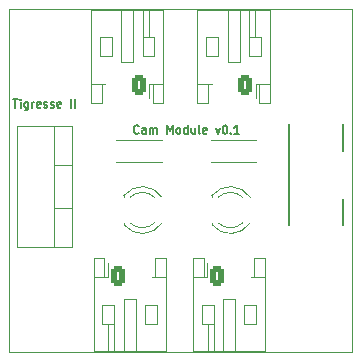
<source format=gto>
%TF.GenerationSoftware,KiCad,Pcbnew,(6.0.0)*%
%TF.CreationDate,2022-01-22T14:04:59+01:00*%
%TF.ProjectId,Carte_elec_video_tigresse2,43617274-655f-4656-9c65-635f76696465,rev?*%
%TF.SameCoordinates,Original*%
%TF.FileFunction,Legend,Top*%
%TF.FilePolarity,Positive*%
%FSLAX46Y46*%
G04 Gerber Fmt 4.6, Leading zero omitted, Abs format (unit mm)*
G04 Created by KiCad (PCBNEW (6.0.0)) date 2022-01-22 14:04:59*
%MOMM*%
%LPD*%
G01*
G04 APERTURE LIST*
G04 Aperture macros list*
%AMRoundRect*
0 Rectangle with rounded corners*
0 $1 Rounding radius*
0 $2 $3 $4 $5 $6 $7 $8 $9 X,Y pos of 4 corners*
0 Add a 4 corners polygon primitive as box body*
4,1,4,$2,$3,$4,$5,$6,$7,$8,$9,$2,$3,0*
0 Add four circle primitives for the rounded corners*
1,1,$1+$1,$2,$3*
1,1,$1+$1,$4,$5*
1,1,$1+$1,$6,$7*
1,1,$1+$1,$8,$9*
0 Add four rect primitives between the rounded corners*
20,1,$1+$1,$2,$3,$4,$5,0*
20,1,$1+$1,$4,$5,$6,$7,0*
20,1,$1+$1,$6,$7,$8,$9,0*
20,1,$1+$1,$8,$9,$2,$3,0*%
G04 Aperture macros list end*
%TA.AperFunction,Profile*%
%ADD10C,0.100000*%
%TD*%
%ADD11C,0.150000*%
%ADD12C,0.120000*%
%ADD13R,2.000000X1.905000*%
%ADD14O,2.000000X1.905000*%
%ADD15RoundRect,0.250000X-0.350000X-0.625000X0.350000X-0.625000X0.350000X0.625000X-0.350000X0.625000X0*%
%ADD16O,1.200000X1.750000*%
%ADD17C,1.400000*%
%ADD18O,1.400000X1.400000*%
%ADD19R,1.800000X1.800000*%
%ADD20C,1.800000*%
%ADD21C,4.400000*%
%ADD22O,3.500000X2.200000*%
%ADD23R,2.500000X1.500000*%
%ADD24O,2.500000X1.500000*%
%ADD25RoundRect,0.250000X0.350000X0.625000X-0.350000X0.625000X-0.350000X-0.625000X0.350000X-0.625000X0*%
G04 APERTURE END LIST*
D10*
X170000000Y-132000000D02*
X199000000Y-132000000D01*
X170000000Y-103000000D02*
X170000000Y-132000000D01*
X199000000Y-103000000D02*
X170000000Y-103000000D01*
X199000000Y-132000000D02*
X199000000Y-103000000D01*
D11*
X180966666Y-113450000D02*
X180933333Y-113483333D01*
X180833333Y-113516666D01*
X180766666Y-113516666D01*
X180666666Y-113483333D01*
X180600000Y-113416666D01*
X180566666Y-113350000D01*
X180533333Y-113216666D01*
X180533333Y-113116666D01*
X180566666Y-112983333D01*
X180600000Y-112916666D01*
X180666666Y-112850000D01*
X180766666Y-112816666D01*
X180833333Y-112816666D01*
X180933333Y-112850000D01*
X180966666Y-112883333D01*
X181566666Y-113516666D02*
X181566666Y-113150000D01*
X181533333Y-113083333D01*
X181466666Y-113050000D01*
X181333333Y-113050000D01*
X181266666Y-113083333D01*
X181566666Y-113483333D02*
X181500000Y-113516666D01*
X181333333Y-113516666D01*
X181266666Y-113483333D01*
X181233333Y-113416666D01*
X181233333Y-113350000D01*
X181266666Y-113283333D01*
X181333333Y-113250000D01*
X181500000Y-113250000D01*
X181566666Y-113216666D01*
X181900000Y-113516666D02*
X181900000Y-113050000D01*
X181900000Y-113116666D02*
X181933333Y-113083333D01*
X182000000Y-113050000D01*
X182100000Y-113050000D01*
X182166666Y-113083333D01*
X182200000Y-113150000D01*
X182200000Y-113516666D01*
X182200000Y-113150000D02*
X182233333Y-113083333D01*
X182300000Y-113050000D01*
X182400000Y-113050000D01*
X182466666Y-113083333D01*
X182500000Y-113150000D01*
X182500000Y-113516666D01*
X183366666Y-113516666D02*
X183366666Y-112816666D01*
X183600000Y-113316666D01*
X183833333Y-112816666D01*
X183833333Y-113516666D01*
X184266666Y-113516666D02*
X184200000Y-113483333D01*
X184166666Y-113450000D01*
X184133333Y-113383333D01*
X184133333Y-113183333D01*
X184166666Y-113116666D01*
X184200000Y-113083333D01*
X184266666Y-113050000D01*
X184366666Y-113050000D01*
X184433333Y-113083333D01*
X184466666Y-113116666D01*
X184500000Y-113183333D01*
X184500000Y-113383333D01*
X184466666Y-113450000D01*
X184433333Y-113483333D01*
X184366666Y-113516666D01*
X184266666Y-113516666D01*
X185100000Y-113516666D02*
X185100000Y-112816666D01*
X185100000Y-113483333D02*
X185033333Y-113516666D01*
X184900000Y-113516666D01*
X184833333Y-113483333D01*
X184800000Y-113450000D01*
X184766666Y-113383333D01*
X184766666Y-113183333D01*
X184800000Y-113116666D01*
X184833333Y-113083333D01*
X184900000Y-113050000D01*
X185033333Y-113050000D01*
X185100000Y-113083333D01*
X185733333Y-113050000D02*
X185733333Y-113516666D01*
X185433333Y-113050000D02*
X185433333Y-113416666D01*
X185466666Y-113483333D01*
X185533333Y-113516666D01*
X185633333Y-113516666D01*
X185700000Y-113483333D01*
X185733333Y-113450000D01*
X186166666Y-113516666D02*
X186100000Y-113483333D01*
X186066666Y-113416666D01*
X186066666Y-112816666D01*
X186700000Y-113483333D02*
X186633333Y-113516666D01*
X186500000Y-113516666D01*
X186433333Y-113483333D01*
X186400000Y-113416666D01*
X186400000Y-113150000D01*
X186433333Y-113083333D01*
X186500000Y-113050000D01*
X186633333Y-113050000D01*
X186700000Y-113083333D01*
X186733333Y-113150000D01*
X186733333Y-113216666D01*
X186400000Y-113283333D01*
X187500000Y-113050000D02*
X187666666Y-113516666D01*
X187833333Y-113050000D01*
X188233333Y-112816666D02*
X188300000Y-112816666D01*
X188366666Y-112850000D01*
X188400000Y-112883333D01*
X188433333Y-112950000D01*
X188466666Y-113083333D01*
X188466666Y-113250000D01*
X188433333Y-113383333D01*
X188400000Y-113450000D01*
X188366666Y-113483333D01*
X188300000Y-113516666D01*
X188233333Y-113516666D01*
X188166666Y-113483333D01*
X188133333Y-113450000D01*
X188100000Y-113383333D01*
X188066666Y-113250000D01*
X188066666Y-113083333D01*
X188100000Y-112950000D01*
X188133333Y-112883333D01*
X188166666Y-112850000D01*
X188233333Y-112816666D01*
X188766666Y-113450000D02*
X188800000Y-113483333D01*
X188766666Y-113516666D01*
X188733333Y-113483333D01*
X188766666Y-113450000D01*
X188766666Y-113516666D01*
X189466666Y-113516666D02*
X189066666Y-113516666D01*
X189266666Y-113516666D02*
X189266666Y-112816666D01*
X189200000Y-112916666D01*
X189133333Y-112983333D01*
X189066666Y-113016666D01*
X170333333Y-110616666D02*
X170733333Y-110616666D01*
X170533333Y-111316666D02*
X170533333Y-110616666D01*
X170966666Y-111316666D02*
X170966666Y-110850000D01*
X170966666Y-110616666D02*
X170933333Y-110650000D01*
X170966666Y-110683333D01*
X171000000Y-110650000D01*
X170966666Y-110616666D01*
X170966666Y-110683333D01*
X171600000Y-110850000D02*
X171600000Y-111416666D01*
X171566666Y-111483333D01*
X171533333Y-111516666D01*
X171466666Y-111550000D01*
X171366666Y-111550000D01*
X171300000Y-111516666D01*
X171600000Y-111283333D02*
X171533333Y-111316666D01*
X171400000Y-111316666D01*
X171333333Y-111283333D01*
X171300000Y-111250000D01*
X171266666Y-111183333D01*
X171266666Y-110983333D01*
X171300000Y-110916666D01*
X171333333Y-110883333D01*
X171400000Y-110850000D01*
X171533333Y-110850000D01*
X171600000Y-110883333D01*
X171933333Y-111316666D02*
X171933333Y-110850000D01*
X171933333Y-110983333D02*
X171966666Y-110916666D01*
X172000000Y-110883333D01*
X172066666Y-110850000D01*
X172133333Y-110850000D01*
X172633333Y-111283333D02*
X172566666Y-111316666D01*
X172433333Y-111316666D01*
X172366666Y-111283333D01*
X172333333Y-111216666D01*
X172333333Y-110950000D01*
X172366666Y-110883333D01*
X172433333Y-110850000D01*
X172566666Y-110850000D01*
X172633333Y-110883333D01*
X172666666Y-110950000D01*
X172666666Y-111016666D01*
X172333333Y-111083333D01*
X172933333Y-111283333D02*
X173000000Y-111316666D01*
X173133333Y-111316666D01*
X173200000Y-111283333D01*
X173233333Y-111216666D01*
X173233333Y-111183333D01*
X173200000Y-111116666D01*
X173133333Y-111083333D01*
X173033333Y-111083333D01*
X172966666Y-111050000D01*
X172933333Y-110983333D01*
X172933333Y-110950000D01*
X172966666Y-110883333D01*
X173033333Y-110850000D01*
X173133333Y-110850000D01*
X173200000Y-110883333D01*
X173500000Y-111283333D02*
X173566666Y-111316666D01*
X173700000Y-111316666D01*
X173766666Y-111283333D01*
X173800000Y-111216666D01*
X173800000Y-111183333D01*
X173766666Y-111116666D01*
X173700000Y-111083333D01*
X173600000Y-111083333D01*
X173533333Y-111050000D01*
X173500000Y-110983333D01*
X173500000Y-110950000D01*
X173533333Y-110883333D01*
X173600000Y-110850000D01*
X173700000Y-110850000D01*
X173766666Y-110883333D01*
X174366666Y-111283333D02*
X174300000Y-111316666D01*
X174166666Y-111316666D01*
X174100000Y-111283333D01*
X174066666Y-111216666D01*
X174066666Y-110950000D01*
X174100000Y-110883333D01*
X174166666Y-110850000D01*
X174300000Y-110850000D01*
X174366666Y-110883333D01*
X174400000Y-110950000D01*
X174400000Y-111016666D01*
X174066666Y-111083333D01*
X175233333Y-111316666D02*
X175233333Y-110616666D01*
X175566666Y-111316666D02*
X175566666Y-110616666D01*
D12*
%TO.C,Q1*%
X175325000Y-123120000D02*
X170684000Y-123120000D01*
X175325000Y-112880000D02*
X175325000Y-123120000D01*
X170684000Y-112880000D02*
X170684000Y-123120000D01*
X175325000Y-119851000D02*
X173815000Y-119851000D01*
X173815000Y-112880000D02*
X173815000Y-123120000D01*
X175325000Y-116150000D02*
X173815000Y-116150000D01*
X175325000Y-112880000D02*
X170684000Y-112880000D01*
%TO.C,J2*%
X177140000Y-131910000D02*
X183260000Y-131910000D01*
X182500000Y-129650000D02*
X181500000Y-129650000D01*
X177140000Y-124090000D02*
X177140000Y-131910000D01*
X178060000Y-124090000D02*
X177140000Y-124090000D01*
X179700000Y-127550000D02*
X180700000Y-127550000D01*
X178340000Y-125690000D02*
X178060000Y-125690000D01*
X183260000Y-125690000D02*
X182340000Y-125690000D01*
X178900000Y-129650000D02*
X178900000Y-131910000D01*
X178400000Y-129650000D02*
X178400000Y-131910000D01*
X177140000Y-125690000D02*
X178060000Y-125690000D01*
X182340000Y-124090000D02*
X182340000Y-125690000D01*
X182340000Y-125690000D02*
X182060000Y-125690000D01*
X181500000Y-129650000D02*
X181500000Y-128050000D01*
X180700000Y-127550000D02*
X180700000Y-131910000D01*
X178060000Y-125690000D02*
X178060000Y-124090000D01*
X183260000Y-131910000D02*
X183260000Y-124090000D01*
X179700000Y-131910000D02*
X179700000Y-127550000D01*
X178900000Y-129650000D02*
X178900000Y-128050000D01*
X177900000Y-128050000D02*
X177900000Y-129650000D01*
X183260000Y-124090000D02*
X182340000Y-124090000D01*
X181500000Y-128050000D02*
X182500000Y-128050000D01*
X182500000Y-128050000D02*
X182500000Y-129650000D01*
X178900000Y-128050000D02*
X177900000Y-128050000D01*
X177900000Y-129650000D02*
X178900000Y-129650000D01*
X178340000Y-125690000D02*
X178340000Y-124475000D01*
%TO.C,R2*%
X179080000Y-115920000D02*
X182920000Y-115920000D01*
X179080000Y-114080000D02*
X182920000Y-114080000D01*
%TO.C,D1*%
X187170000Y-118764000D02*
X187170000Y-118920000D01*
X187170000Y-121080000D02*
X187170000Y-121236000D01*
X190402335Y-118921392D02*
G75*
G03*
X187170000Y-118764484I-1672335J-1078609D01*
G01*
X187689039Y-121080000D02*
G75*
G03*
X189771130Y-121079837I1040961J1080000D01*
G01*
X187170000Y-121235516D02*
G75*
G03*
X190402335Y-121078608I1560000J1235517D01*
G01*
X189771130Y-118920163D02*
G75*
G03*
X187689039Y-118920000I-1041130J-1079837D01*
G01*
%TO.C,D2*%
X179710000Y-121080000D02*
X179710000Y-121236000D01*
X179710000Y-118764000D02*
X179710000Y-118920000D01*
X179710000Y-121235516D02*
G75*
G03*
X182942335Y-121078608I1560000J1235517D01*
G01*
X180229039Y-121080000D02*
G75*
G03*
X182311130Y-121079837I1040961J1080000D01*
G01*
X182942335Y-118921392D02*
G75*
G03*
X179710000Y-118764484I-1672335J-1078609D01*
G01*
X182311130Y-118920163D02*
G75*
G03*
X180229039Y-118920000I-1041130J-1079837D01*
G01*
D11*
%TO.C,SW1*%
X198300000Y-115000000D02*
X198300000Y-112700000D01*
X198300000Y-121300000D02*
X198300000Y-119100000D01*
X193700000Y-121300000D02*
X193700000Y-112700000D01*
D12*
%TO.C,J3*%
X187300000Y-128050000D02*
X186300000Y-128050000D01*
X190740000Y-125690000D02*
X190460000Y-125690000D01*
X191660000Y-131910000D02*
X191660000Y-124090000D01*
X190740000Y-124090000D02*
X190740000Y-125690000D01*
X189100000Y-127550000D02*
X189100000Y-131910000D01*
X186800000Y-129650000D02*
X186800000Y-131910000D01*
X186460000Y-125690000D02*
X186460000Y-124090000D01*
X191660000Y-125690000D02*
X190740000Y-125690000D01*
X186740000Y-125690000D02*
X186740000Y-124475000D01*
X186300000Y-128050000D02*
X186300000Y-129650000D01*
X187300000Y-129650000D02*
X187300000Y-131910000D01*
X187300000Y-129650000D02*
X187300000Y-128050000D01*
X186460000Y-124090000D02*
X185540000Y-124090000D01*
X188100000Y-127550000D02*
X189100000Y-127550000D01*
X185540000Y-131910000D02*
X191660000Y-131910000D01*
X191660000Y-124090000D02*
X190740000Y-124090000D01*
X190900000Y-128050000D02*
X190900000Y-129650000D01*
X185540000Y-124090000D02*
X185540000Y-131910000D01*
X189900000Y-129650000D02*
X189900000Y-128050000D01*
X186740000Y-125690000D02*
X186460000Y-125690000D01*
X190900000Y-129650000D02*
X189900000Y-129650000D01*
X186300000Y-129650000D02*
X187300000Y-129650000D01*
X185540000Y-125690000D02*
X186460000Y-125690000D01*
X189900000Y-128050000D02*
X190900000Y-128050000D01*
X188100000Y-131910000D02*
X188100000Y-127550000D01*
%TO.C,J4*%
X185940000Y-103090000D02*
X185940000Y-110910000D01*
X192060000Y-110910000D02*
X192060000Y-103090000D01*
X190300000Y-105350000D02*
X190300000Y-103090000D01*
X187700000Y-106950000D02*
X186700000Y-106950000D01*
X190860000Y-109310000D02*
X191140000Y-109310000D01*
X192060000Y-109310000D02*
X191140000Y-109310000D01*
X190300000Y-106950000D02*
X191300000Y-106950000D01*
X191300000Y-105350000D02*
X190300000Y-105350000D01*
X190800000Y-105350000D02*
X190800000Y-103090000D01*
X191140000Y-110910000D02*
X192060000Y-110910000D01*
X186700000Y-106950000D02*
X186700000Y-105350000D01*
X186700000Y-105350000D02*
X187700000Y-105350000D01*
X192060000Y-103090000D02*
X185940000Y-103090000D01*
X188500000Y-107450000D02*
X188500000Y-103090000D01*
X190300000Y-105350000D02*
X190300000Y-106950000D01*
X189500000Y-107450000D02*
X188500000Y-107450000D01*
X185940000Y-109310000D02*
X186860000Y-109310000D01*
X191140000Y-109310000D02*
X191140000Y-110910000D01*
X189500000Y-103090000D02*
X189500000Y-107450000D01*
X190860000Y-109310000D02*
X190860000Y-110525000D01*
X185940000Y-110910000D02*
X186860000Y-110910000D01*
X186860000Y-109310000D02*
X187140000Y-109310000D01*
X191300000Y-106950000D02*
X191300000Y-105350000D01*
X186860000Y-110910000D02*
X186860000Y-109310000D01*
X187700000Y-105350000D02*
X187700000Y-106950000D01*
%TO.C,R1*%
X187080000Y-115920000D02*
X190920000Y-115920000D01*
X187080000Y-114080000D02*
X190920000Y-114080000D01*
%TO.C,J1*%
X182140000Y-109310000D02*
X182140000Y-110910000D01*
X183060000Y-103090000D02*
X176940000Y-103090000D01*
X177700000Y-105350000D02*
X178700000Y-105350000D01*
X176940000Y-110910000D02*
X177860000Y-110910000D01*
X177860000Y-110910000D02*
X177860000Y-109310000D01*
X179500000Y-107450000D02*
X179500000Y-103090000D01*
X182300000Y-105350000D02*
X181300000Y-105350000D01*
X178700000Y-105350000D02*
X178700000Y-106950000D01*
X180500000Y-107450000D02*
X179500000Y-107450000D01*
X177700000Y-106950000D02*
X177700000Y-105350000D01*
X178700000Y-106950000D02*
X177700000Y-106950000D01*
X182140000Y-110910000D02*
X183060000Y-110910000D01*
X180500000Y-103090000D02*
X180500000Y-107450000D01*
X181860000Y-109310000D02*
X181860000Y-110525000D01*
X181300000Y-106950000D02*
X182300000Y-106950000D01*
X181300000Y-105350000D02*
X181300000Y-103090000D01*
X177860000Y-109310000D02*
X178140000Y-109310000D01*
X181800000Y-105350000D02*
X181800000Y-103090000D01*
X181300000Y-105350000D02*
X181300000Y-106950000D01*
X181860000Y-109310000D02*
X182140000Y-109310000D01*
X183060000Y-109310000D02*
X182140000Y-109310000D01*
X183060000Y-110910000D02*
X183060000Y-103090000D01*
X182300000Y-106950000D02*
X182300000Y-105350000D01*
X176940000Y-103090000D02*
X176940000Y-110910000D01*
X176940000Y-109310000D02*
X177860000Y-109310000D01*
%TD*%
%LPC*%
D13*
%TO.C,Q1*%
X172055000Y-115460000D03*
D14*
X172055000Y-118000000D03*
X172055000Y-120540000D03*
%TD*%
D15*
%TO.C,J2*%
X179200000Y-125550000D03*
D16*
X181200000Y-125550000D03*
%TD*%
D17*
%TO.C,R2*%
X178460000Y-115000000D03*
D18*
X183540000Y-115000000D03*
%TD*%
D19*
%TO.C,D1*%
X187460000Y-120000000D03*
D20*
X190000000Y-120000000D03*
%TD*%
D19*
%TO.C,D2*%
X180000000Y-120000000D03*
D20*
X182540000Y-120000000D03*
%TD*%
D21*
%TO.C,H1*%
X173000000Y-106000000D03*
%TD*%
D22*
%TO.C,SW1*%
X196000000Y-121100000D03*
X196000000Y-112900000D03*
D23*
X196000000Y-119000000D03*
D24*
X196000000Y-117000000D03*
X196000000Y-115000000D03*
%TD*%
D15*
%TO.C,J3*%
X187600000Y-125550000D03*
D16*
X189600000Y-125550000D03*
%TD*%
D25*
%TO.C,J4*%
X190000000Y-109450000D03*
D16*
X188000000Y-109450000D03*
%TD*%
D17*
%TO.C,R1*%
X186460000Y-115000000D03*
D18*
X191540000Y-115000000D03*
%TD*%
D25*
%TO.C,J1*%
X181000000Y-109450000D03*
D16*
X179000000Y-109450000D03*
%TD*%
D21*
%TO.C,H2*%
X173000000Y-129000000D03*
%TD*%
%TO.C,H3*%
X196000000Y-129000000D03*
%TD*%
%TO.C,H4*%
X196000000Y-106000000D03*
%TD*%
M02*

</source>
